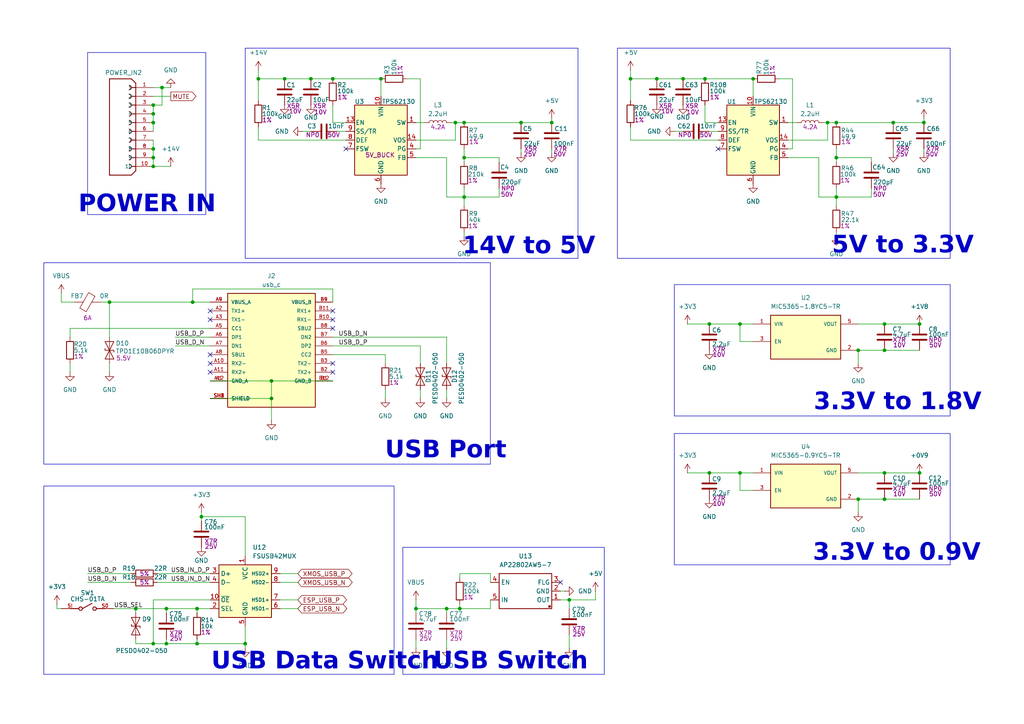
<source format=kicad_sch>
(kicad_sch (version 20250114) (generator "eeschema") (generator_version "9.0")
  (paper "A4")
  (title_block (title "Nest mini drop in PCB replacement") (rev "v1") (company "by iMike78 (inpired by Onju voice and HA VPE)"))
  (lib_symbols
    (symbol "Device:C" (pin_numbers (hide yes)) (pin_names (offset 0.254))
      (property "Reference" "C" (at 0.635 2.54 0))
      (property "Value" "C" (at 0.635 -2.54 0))
      (symbol "C_1_1"
        (pin passive line (at 0 3.81 270) (length 2.794) (name "~") (number "1"))
        (pin passive line (at 0 -3.81 90) (length 2.794) (name "~") (number "2"))
      )
    )
    (symbol "Device:FerriteBead" (pin_numbers (hide yes)) (pin_names (offset 0))
      (property "Reference" "FB" (at -3.81 0.635 90))
      (property "Value" "FerriteBead" (at 3.81 0 90))
      (symbol "FerriteBead_1_1"
        (pin passive line (at 0 3.81 270) (length 2.54) (name "~") (number "1"))
        (pin passive line (at 0 -3.81 90) (length 2.54) (name "~") (number "2"))
      )
    )
    (symbol "Device:L" (pin_numbers (hide yes)) (pin_names (offset 1.016) (hide yes))
      (property "Reference" "L" (at -1.27 0 90))
      (property "Value" "L" (at 1.905 0 90))
      (symbol "L_1_1"
        (pin passive line (at 0 3.81 270) (length 1.27) (name "1") (number "1"))
        (pin passive line (at 0 -3.81 90) (length 1.27) (name "2") (number "2"))
      )
    )
    (symbol "Device:R" (pin_numbers (hide yes)) (pin_names (offset 0))
      (property "Reference" "R" (at 2.032 0 90))
      (property "Value" "R" (at 0 0 90))
      (symbol "R_1_1"
        (pin passive line (at 0 3.81 270) (length 1.27) (name "~") (number "1"))
        (pin passive line (at 0 -3.81 90) (length 1.27) (name "~") (number "2"))
      )
    )
    (symbol "Diode:SZESD9B5.0ST5G" (pin_numbers (hide yes)) (pin_names (offset 1.016) (hide yes))
      (property "Reference" "D" (at 0 2.54 0))
      (property "Value" "SZESD9B5.0ST5G" (at 0 -2.54 0))
      (symbol "SZESD9B5.0ST5G_1_1"
        (pin passive line (at -3.81 0 0) (length 2.54) (name "A1") (number "1"))
        (pin passive line (at 3.81 0 180) (length 2.54) (name "A2") (number "2"))
      )
    )
    (symbol "FH34SRJ-10S-0.5SH_50_:FH34SRJ-10S-0.5SH_50_" (pin_names (offset 1.016))
      (property "Reference" "J" (at -7.62 13.97 0))
      (property "Value" "FH34SRJ-10S-0.5SH_50_" (at -7.62 -17.78 0))
      (symbol "FH34SRJ-10S-0.5SH_50__0_0"
        (pin passive line (at 5.08 10.16 180) (length 5.08) (name "1") (number "1"))
        (pin passive line (at 5.08 7.62 180) (length 5.08) (name "2") (number "2"))
        (pin passive line (at 5.08 5.08 180) (length 5.08) (name "3") (number "3"))
        (pin passive line (at 5.08 2.54 180) (length 5.08) (name "4") (number "4"))
        (pin passive line (at 5.08 0 180) (length 5.08) (name "5") (number "5"))
        (pin passive line (at 5.08 -2.54 180) (length 5.08) (name "6") (number "6"))
        (pin passive line (at 5.08 -5.08 180) (length 5.08) (name "7") (number "7"))
        (pin passive line (at 5.08 -7.62 180) (length 5.08) (name "8") (number "8"))
        (pin passive line (at 5.08 -10.16 180) (length 5.08) (name "9") (number "9"))
        (pin passive line (at 5.08 -12.7 180) (length 5.08) (name "10") (number "10"))
      )
    )
    (symbol "Interface_USB:FSUSB42MUX"
      (property "Reference" "U" (at -6.35 8.89 0))
      (property "Value" "FSUSB42MUX" (at 7.62 8.89 0))
      (symbol "FSUSB42MUX_1_1"
        (pin bidirectional line (at -10.16 5.08 0) (length 2.54) (name "D+") (number "3"))
        (pin bidirectional line (at -10.16 2.54 0) (length 2.54) (name "D-") (number "4"))
        (pin input line (at -10.16 -2.54 0) (length 2.54) (name "~{OE}") (number "10"))
        (pin input line (at -10.16 -5.08 0) (length 2.54) (name "SEL") (number "2"))
        (pin power_in line (at 0 10.16 270) (length 2.54) (name "VCC") (number "1"))
        (pin power_in line (at 0 -10.16 90) (length 2.54) (name "GND") (number "5"))
        (pin bidirectional line (at 10.16 5.08 180) (length 2.54) (name "HSD2+") (number "9"))
        (pin bidirectional line (at 10.16 2.54 180) (length 2.54) (name "HSD2-") (number "8"))
        (pin bidirectional line (at 10.16 -2.54 180) (length 2.54) (name "HSD1+") (number "7"))
        (pin bidirectional line (at 10.16 -5.08 180) (length 2.54) (name "HSD1-") (number "6"))
      )
    )
    (symbol "New_Library:+0V9" (power) (pin_numbers (hide yes)) (pin_names (offset 0) (hide yes))
      (property "Value" "+0V9" (at 0 3.556 0))
      (symbol "+0V9_1_1"
        (pin power_in line (at 0 0 90) (length 0) (name "~") (number "1"))
      )
    )
    (symbol "New_Library:+14V" (power) (pin_numbers (hide yes)) (pin_names (offset 0) (hide yes))
      (property "Value" "+14V" (at 0 3.556 0))
      (symbol "+14V_1_1"
        (pin power_in line (at 0 0 90) (length 0) (name "~") (number "1"))
      )
    )
    (symbol "New_Library:AP22802AW5-7"
      (property "Reference" "U?" (at 0 0 0))
      (property "Value" "AP22802AW5-7" (at 0 0 0))
      (symbol "AP22802AW5-7_0_0"
        (pin unspecified line (at -2.54 10.16 270) (length 2.54) (name "IN") (number "5"))
        (pin unspecified line (at -2.54 -10.16 90) (length 2.54) (name "OUT") (number "1"))
        (pin unspecified line (at 0 -10.16 90) (length 2.54) (name "GND") (number "2"))
        (pin unspecified line (at 2.54 10.16 270) (length 2.54) (name "EN") (number "4"))
        (pin unspecified line (at 2.54 -10.16 90) (length 2.54) (name "FLG") (number "3"))
      )
    )
    (symbol "New_Library:CHS-01TA" (pin_names (offset 1.016))
      (property "Reference" "U" (at 0 0 0))
      (property "Value" "CHS-01TA" (at 0 0 0))
      (symbol "CHS-01TA_0_0"
        (pin input line (at -2.54 0 0) (length 5.08) (name "~") (number "SI"))
        (pin output line (at 12.7 0 180) (length 5.08) (name "~") (number "S0"))
      )
    )
    (symbol "New_Library:MIC5365-1.8YC5-TR" (pin_names (offset 1.016))
      (property "Reference" "U" (at -10.16 6.35 0))
      (property "Value" "MIC5365-1.8YC5-TR" (at -10.16 -8.89 0))
      (symbol "MIC5365-1.8YC5-TR_0_0"
        (pin input line (at -15.24 2.54 0) (length 5.08) (name "VIN") (number "1"))
        (pin input line (at -15.24 -2.54 0) (length 5.08) (name "EN") (number "3"))
        (pin output line (at 15.24 2.54 180) (length 5.08) (name "VOUT") (number "5"))
        (pin power_in line (at 15.24 -5.08 180) (length 5.08) (name "GND") (number "2"))
      )
    )
    (symbol "New_Library:VBUS" (power) (pin_numbers (hide yes)) (pin_names (offset 0) (hide yes))
      (property "Value" "VBUS" (at 0 3.556 0))
      (symbol "VBUS_1_1"
        (pin power_in line (at 0 0 90) (length 0) (name "~") (number "1"))
      )
    )
    (symbol "New_Library:usb_c" (pin_names (offset 1.016))
      (property "Reference" "J" (at -12.7 16.002 0))
      (property "Value" "usb_c" (at -12.7 -18.542 0))
      (symbol "usb_c_0_0"
        (pin power_in line (at -17.78 12.7 0) (length 5.08) (name "VBUS_A") (number "A4"))
        (pin power_in line (at -17.78 12.7 0) (length 5.08) (name "VBUS_A") (number "A9"))
        (pin bidirectional line (at -17.78 10.16 0) (length 5.08) (name "TX1+") (number "A2"))
        (pin bidirectional line (at -17.78 7.62 0) (length 5.08) (name "TX1-") (number "A3"))
        (pin bidirectional line (at -17.78 5.08 0) (length 5.08) (name "CC1") (number "A5"))
        (pin bidirectional line (at -17.78 2.54 0) (length 5.08) (name "DP1") (number "A6"))
        (pin bidirectional line (at -17.78 0 0) (length 5.08) (name "DN1") (number "A7"))
        (pin bidirectional line (at -17.78 -2.54 0) (length 5.08) (name "SBU1") (number "A8"))
        (pin bidirectional line (at -17.78 -5.08 0) (length 5.08) (name "RX2-") (number "A10"))
        (pin bidirectional line (at -17.78 -7.62 0) (length 5.08) (name "RX2+") (number "A11"))
        (pin power_in line (at -17.78 -10.16 0) (length 5.08) (name "GND_A") (number "A1"))
        (pin power_in line (at -17.78 -10.16 0) (length 5.08) (name "GND_A") (number "A12"))
        (pin passive line (at -17.78 -15.24 0) (length 5.08) (name "SHIELD") (number "SH1"))
        (pin passive line (at -17.78 -15.24 0) (length 5.08) (name "SHIELD") (number "SH2"))
        (pin passive line (at -17.78 -15.24 0) (length 5.08) (name "SHIELD") (number "SH3"))
        (pin passive line (at -17.78 -15.24 0) (length 5.08) (name "SHIELD") (number "SH4"))
        (pin power_in line (at 17.78 12.7 180) (length 5.08) (name "VBUS_B") (number "B4"))
        (pin power_in line (at 17.78 12.7 180) (length 5.08) (name "VBUS_B") (number "B9"))
        (pin bidirectional line (at 17.78 10.16 180) (length 5.08) (name "RX1+") (number "B11"))
        (pin bidirectional line (at 17.78 7.62 180) (length 5.08) (name "RX1-") (number "B10"))
        (pin bidirectional line (at 17.78 5.08 180) (length 5.08) (name "SBU2") (number "B8"))
        (pin bidirectional line (at 17.78 2.54 180) (length 5.08) (name "DN2") (number "B7"))
        (pin bidirectional line (at 17.78 0 180) (length 5.08) (name "DP2") (number "B6"))
        (pin bidirectional line (at 17.78 -2.54 180) (length 5.08) (name "CC2") (number "B5"))
        (pin bidirectional line (at 17.78 -5.08 180) (length 5.08) (name "TX2-") (number "B3"))
        (pin bidirectional line (at 17.78 -7.62 180) (length 5.08) (name "TX2+") (number "B2"))
        (pin power_in line (at 17.78 -10.16 180) (length 5.08) (name "GND_B") (number "B1"))
        (pin power_in line (at 17.78 -10.16 180) (length 5.08) (name "GND_B") (number "B12"))
      )
    )
    (symbol "Regulator_Switching:TPS62130" (pin_names (offset 0.254))
      (property "Reference" "U" (at 3.81 13.97 0))
      (property "Value" "TPS62130" (at 3.81 11.43 0))
      (symbol "TPS62130_1_1"
        (pin input line (at -10.16 5.08 0) (length 2.54) (name "EN") (number "13"))
        (pin input line (at -10.16 2.54 0) (length 2.54) (name "SS/TR") (number "9"))
        (pin input line (at -10.16 0 0) (length 2.54) (name "DEF") (number "8"))
        (pin input line (at -10.16 -2.54 0) (length 2.54) (name "FSW") (number "7"))
        (pin power_in line (at 0 12.7 270) (length 2.54) (name "VIN") (number "10"))
        (pin passive line (at 0 12.7 270) (length 2.54) (hide yes) (name "VIN") (number "11"))
        (pin passive line (at 0 12.7 270) (length 2.54) (hide yes) (name "VIN") (number "12"))
        (pin passive line (at 0 -12.7 90) (length 2.54) (hide yes) (name "GND") (number "15"))
        (pin passive line (at 0 -12.7 90) (length 2.54) (hide yes) (name "GND") (number "16"))
        (pin passive line (at 0 -12.7 90) (length 2.54) (hide yes) (name "GND") (number "17"))
        (pin power_in line (at 0 -12.7 90) (length 2.54) (name "GND") (number "6"))
        (pin output line (at 10.16 5.08 180) (length 2.54) (name "SW") (number "1"))
        (pin passive line (at 10.16 5.08 180) (length 2.54) (hide yes) (name "SW") (number "2"))
        (pin passive line (at 10.16 5.08 180) (length 2.54) (hide yes) (name "SW") (number "3"))
        (pin input line (at 10.16 0 180) (length 2.54) (name "VOS") (number "14"))
        (pin open_collector line (at 10.16 -2.54 180) (length 2.54) (name "PG") (number "4"))
        (pin input line (at 10.16 -5.08 180) (length 2.54) (name "FB") (number "5"))
      )
    )
    (symbol "power:+1V8" (power) (pin_numbers (hide yes)) (pin_names (offset 0) (hide yes))
      (property "Value" "+1V8" (at 0 3.556 0))
      (symbol "+1V8_1_1"
        (pin power_in line (at 0 0 90) (length 0) (name "~") (number "1"))
      )
    )
    (symbol "power:+3V3" (power) (pin_numbers (hide yes)) (pin_names (offset 0) (hide yes))
      (property "Value" "+3V3" (at 0 3.556 0))
      (symbol "+3V3_1_1"
        (pin power_in line (at 0 0 90) (length 0) (name "~") (number "1"))
      )
    )
    (symbol "power:+5V" (power) (pin_numbers (hide yes)) (pin_names (offset 0) (hide yes))
      (property "Value" "+5V" (at 0 3.556 0))
      (symbol "+5V_1_1"
        (pin power_in line (at 0 0 90) (length 0) (name "~") (number "1"))
      )
    )
    (symbol "power:GND" (power) (pin_numbers (hide yes)) (pin_names (offset 0) (hide yes))
      (property "Value" "GND" (at 0 -3.81 0))
      (symbol "GND_1_1"
        (pin power_in line (at 0 0 270) (length 0) (name "~") (number "1"))
      )
    )
  )
  (rectangle (start 116.84 158.75) (end 175.26 195.58))
  (rectangle (start 25.4 15.24) (end 59.69 62.23))
  (rectangle (start 12.7 76.2) (end 142.24 134.62))
  (rectangle (start 12.7 76.2) (end 12.7 76.2))
  (rectangle (start 195.58 82.55) (end 275.59 120.65))
  (rectangle (start 195.58 125.73) (end 275.59 163.83))
  (rectangle (start 179.07 13.97) (end 275.59 74.93))
  (rectangle (start 12.7 140.97) (end 114.3 195.58))
  (rectangle (start 71.12 13.97) (end 167.64 74.93))
  (text "USB Port" (at 129.286 132.08 0) (effects (font (size 5 5) (bold yes))))
  (text "POWER IN" (at 42.672 60.706 0) (effects (font (size 5 5) (bold yes))))
  (text "14V to 5V" (at 153.416 72.898 0) (effects (font (size 5 5) (bold yes))))
  (text "USB Switch" (at 148.082 193.294 0) (effects (font (size 5 5) (bold yes))))
  (text "USB Data Switch" (at 94.234 193.294 0) (effects (font (size 5 5) (bold yes))))
  (text "3.3V to 1.8V" (at 260.35 118.11 0) (effects (font (size 5 5) (bold yes))))
  (text "5V to 3.3V" (at 261.874 72.644 0) (effects (font (size 5 5) (bold yes))))
  (text "3.3V to 0.9V" (at 260.096 161.798 0) (effects (font (size 5 5) (bold yes))))
  (junction (at 39.37 176.53))
  (junction (at 44.45 33.02))
  (junction (at 57.15 186.69))
  (junction (at 218.44 22.86))
  (junction (at 242.57 45.72))
  (junction (at 160.02 35.56))
  (junction (at 44.45 35.56))
  (junction (at 71.12 186.69))
  (junction (at 266.7 93.98))
  (junction (at 48.26 176.53))
  (junction (at 214.63 137.16))
  (junction (at 242.57 57.15))
  (junction (at 44.45 30.48))
  (junction (at 44.45 43.18))
  (junction (at 44.45 186.69))
  (junction (at 55.88 87.63))
  (junction (at 58.42 149.86))
  (junction (at 78.74 110.49))
  (junction (at 110.49 22.86))
  (junction (at 134.62 35.56))
  (junction (at 205.74 93.98))
  (junction (at 190.5 22.86))
  (junction (at 129.54 176.53))
  (junction (at 198.12 22.86))
  (junction (at 256.54 144.78))
  (junction (at 256.54 137.16))
  (junction (at 96.52 22.86))
  (junction (at 44.45 45.72))
  (junction (at 31.75 87.63))
  (junction (at 120.65 176.53))
  (junction (at 44.45 48.26))
  (junction (at 133.35 176.53))
  (junction (at 182.88 22.86))
  (junction (at 78.74 115.57))
  (junction (at 205.74 137.16))
  (junction (at 204.47 22.86))
  (junction (at 214.63 93.98))
  (junction (at 266.7 137.16))
  (junction (at 248.92 101.6))
  (junction (at 134.62 45.72))
  (junction (at 134.62 57.15))
  (junction (at 48.26 186.69))
  (junction (at 256.54 93.98))
  (junction (at 256.54 101.6))
  (junction (at 74.93 22.86))
  (junction (at 240.03 35.56))
  (junction (at 132.08 35.56))
  (junction (at 57.15 176.53))
  (junction (at 242.57 35.56))
  (junction (at 90.17 22.86))
  (junction (at 248.92 144.78))
  (junction (at 259.08 35.56))
  (junction (at 151.13 35.56))
  (junction (at 46.99 25.4))
  (junction (at 165.1 173.99))
  (junction (at 82.55 22.86))
  (junction (at 267.97 35.56))
  (no_connect (at 96.52 92.71))
  (no_connect (at 96.52 95.25))
  (no_connect (at 60.96 107.95))
  (no_connect (at 96.52 107.95))
  (no_connect (at 100.33 43.18))
  (no_connect (at 96.52 90.17))
  (no_connect (at 208.28 43.18))
  (no_connect (at 162.56 168.91))
  (no_connect (at 60.96 105.41))
  (no_connect (at 60.96 102.87))
  (no_connect (at 60.96 90.17))
  (no_connect (at 96.52 105.41))
  (no_connect (at 60.96 92.71))
  (wire (pts (xy 229.87 22.86) (xy 229.87 43.18)))
  (wire (pts (xy 44.45 45.72) (xy 44.45 48.26)))
  (wire (pts (xy 160.02 34.29) (xy 160.02 35.56)))
  (wire (pts (xy 120.65 176.53) (xy 129.54 176.53)))
  (wire (pts (xy 205.74 38.1) (xy 208.28 38.1)))
  (wire (pts (xy 214.63 137.16) (xy 218.44 137.16)))
  (wire (pts (xy 57.15 185.42) (xy 57.15 186.69)))
  (wire (pts (xy 129.54 185.42) (xy 129.54 187.96)))
  (wire (pts (xy 214.63 99.06) (xy 214.63 93.98)))
  (wire (pts (xy 226.06 22.86) (xy 229.87 22.86)))
  (wire (pts (xy 44.45 27.94) (xy 49.53 27.94)))
  (wire (pts (xy 44.45 30.48) (xy 44.45 33.02)))
  (wire (pts (xy 151.13 44.45) (xy 151.13 43.18)))
  (wire (pts (xy 242.57 45.72) (xy 252.73 45.72)))
  (wire (pts (xy 134.62 57.15) (xy 134.62 59.69)))
  (wire (pts (xy 144.78 54.61) (xy 144.78 57.15)))
  (wire (pts (xy 96.52 30.48) (xy 96.52 35.56)))
  (wire (pts (xy 162.56 171.45) (xy 163.83 171.45)))
  (wire (pts (xy 218.44 99.06) (xy 214.63 99.06)))
  (wire (pts (xy 96.52 35.56) (xy 100.33 35.56)))
  (wire (pts (xy 39.37 186.69) (xy 44.45 186.69)))
  (wire (pts (xy 259.08 35.56) (xy 267.97 35.56)))
  (wire (pts (xy 60.96 115.57) (xy 78.74 115.57)))
  (wire (pts (xy 57.15 186.69) (xy 71.12 186.69)))
  (wire (pts (xy 44.45 48.26) (xy 49.53 48.26)))
  (wire (pts (xy 31.75 87.63) (xy 55.88 87.63)))
  (wire (pts (xy 97.79 38.1) (xy 100.33 38.1)))
  (wire (pts (xy 182.88 20.32) (xy 182.88 22.86)))
  (wire (pts (xy 228.6 40.64) (xy 240.03 40.64)))
  (wire (pts (xy 78.74 110.49) (xy 78.74 115.57)))
  (wire (pts (xy 134.62 68.58) (xy 134.62 67.31)))
  (wire (pts (xy 60.96 110.49) (xy 78.74 110.49)))
  (wire (pts (xy 96.52 22.86) (xy 110.49 22.86)))
  (wire (pts (xy 17.78 87.63) (xy 21.59 87.63)))
  (wire (pts (xy 74.93 22.86) (xy 82.55 22.86)))
  (wire (pts (xy 259.08 44.45) (xy 259.08 43.18)))
  (wire (pts (xy 44.45 43.18) (xy 44.45 45.72)))
  (wire (pts (xy 214.63 142.24) (xy 214.63 137.16)))
  (wire (pts (xy 142.24 176.53) (xy 142.24 173.99)))
  (wire (pts (xy 78.74 110.49) (xy 96.52 110.49)))
  (wire (pts (xy 45.72 168.91) (xy 60.96 168.91)))
  (wire (pts (xy 57.15 176.53) (xy 60.96 176.53)))
  (wire (pts (xy 71.12 149.86) (xy 58.42 149.86)))
  (wire (pts (xy 44.45 40.64) (xy 44.45 43.18)))
  (wire (pts (xy 110.49 22.86) (xy 110.49 27.94)))
  (wire (pts (xy 33.02 176.53) (xy 39.37 176.53)))
  (wire (pts (xy 195.58 38.1) (xy 198.12 38.1)))
  (wire (pts (xy 256.54 101.6) (xy 266.7 101.6)))
  (wire (pts (xy 74.93 20.32) (xy 74.93 22.86)))
  (wire (pts (xy 237.49 57.15) (xy 242.57 57.15)))
  (wire (pts (xy 132.08 35.56) (xy 134.62 35.56)))
  (wire (pts (xy 133.35 167.64) (xy 133.35 166.37)))
  (wire (pts (xy 74.93 36.83) (xy 74.93 40.64)))
  (wire (pts (xy 134.62 45.72) (xy 144.78 45.72)))
  (wire (pts (xy 248.92 105.41) (xy 248.92 101.6)))
  (wire (pts (xy 242.57 43.18) (xy 242.57 45.72)))
  (wire (pts (xy 132.08 40.64) (xy 132.08 35.56)))
  (wire (pts (xy 121.92 22.86) (xy 121.92 43.18)))
  (wire (pts (xy 228.6 35.56) (xy 231.14 35.56)))
  (wire (pts (xy 205.74 137.16) (xy 214.63 137.16)))
  (wire (pts (xy 218.44 142.24) (xy 214.63 142.24)))
  (wire (pts (xy 237.49 45.72) (xy 237.49 57.15)))
  (wire (pts (xy 182.88 22.86) (xy 182.88 29.21)))
  (wire (pts (xy 267.97 44.45) (xy 267.97 43.18)))
  (wire (pts (xy 229.87 43.18) (xy 228.6 43.18)))
  (wire (pts (xy 248.92 101.6) (xy 256.54 101.6)))
  (wire (pts (xy 44.45 173.99) (xy 44.45 186.69)))
  (wire (pts (xy 74.93 40.64) (xy 100.33 40.64)))
  (wire (pts (xy 46.99 30.48) (xy 44.45 30.48)))
  (wire (pts (xy 248.92 144.78) (xy 256.54 144.78)))
  (wire (pts (xy 48.26 176.53) (xy 48.26 177.8)))
  (wire (pts (xy 242.57 68.58) (xy 242.57 67.31)))
  (wire (pts (xy 199.39 93.98) (xy 205.74 93.98)))
  (wire (pts (xy 256.54 137.16) (xy 266.7 137.16)))
  (wire (pts (xy 267.97 34.29) (xy 267.97 35.56)))
  (wire (pts (xy 74.93 22.86) (xy 74.93 29.21)))
  (wire (pts (xy 240.03 35.56) (xy 242.57 35.56)))
  (wire (pts (xy 39.37 176.53) (xy 48.26 176.53)))
  (wire (pts (xy 120.65 177.8) (xy 120.65 176.53)))
  (wire (pts (xy 118.11 22.86) (xy 121.92 22.86)))
  (wire (pts (xy 256.54 93.98) (xy 266.7 93.98)))
  (wire (pts (xy 165.1 184.15) (xy 165.1 187.96)))
  (wire (pts (xy 57.15 176.53) (xy 57.15 177.8)))
  (wire (pts (xy 20.32 105.41) (xy 20.32 107.95)))
  (wire (pts (xy 256.54 144.78) (xy 266.7 144.78)))
  (wire (pts (xy 81.28 168.91) (xy 86.36 168.91)))
  (wire (pts (xy 46.99 25.4) (xy 46.99 30.48)))
  (wire (pts (xy 204.47 35.56) (xy 208.28 35.56)))
  (wire (pts (xy 39.37 185.42) (xy 39.37 186.69)))
  (wire (pts (xy 25.4 166.37) (xy 38.1 166.37)))
  (wire (pts (xy 46.99 25.4) (xy 49.53 25.4)))
  (wire (pts (xy 71.12 161.29) (xy 71.12 149.86)))
  (wire (pts (xy 129.54 113.03) (xy 129.54 115.57)))
  (wire (pts (xy 48.26 176.53) (xy 57.15 176.53)))
  (wire (pts (xy 96.52 100.33) (xy 121.92 100.33)))
  (wire (pts (xy 96.52 83.82) (xy 55.88 83.82)))
  (wire (pts (xy 242.57 57.15) (xy 252.73 57.15)))
  (wire (pts (xy 214.63 93.98) (xy 218.44 93.98)))
  (wire (pts (xy 121.92 113.03) (xy 121.92 115.57)))
  (wire (pts (xy 39.37 177.8) (xy 39.37 176.53)))
  (wire (pts (xy 17.78 85.09) (xy 17.78 87.63)))
  (wire (pts (xy 16.51 175.26) (xy 16.51 176.53)))
  (wire (pts (xy 58.42 148.59) (xy 58.42 149.86)))
  (wire (pts (xy 25.4 168.91) (xy 38.1 168.91)))
  (wire (pts (xy 121.92 105.41) (xy 121.92 100.33)))
  (wire (pts (xy 248.92 93.98) (xy 256.54 93.98)))
  (wire (pts (xy 55.88 83.82) (xy 55.88 87.63)))
  (wire (pts (xy 134.62 43.18) (xy 134.62 45.72)))
  (wire (pts (xy 44.45 25.4) (xy 46.99 25.4)))
  (wire (pts (xy 29.21 87.63) (xy 31.75 87.63)))
  (wire (pts (xy 144.78 46.99) (xy 144.78 45.72)))
  (wire (pts (xy 204.47 30.48) (xy 204.47 35.56)))
  (wire (pts (xy 133.35 175.26) (xy 133.35 176.53)))
  (wire (pts (xy 71.12 181.61) (xy 71.12 186.69)))
  (wire (pts (xy 190.5 22.86) (xy 198.12 22.86)))
  (wire (pts (xy 60.96 95.25) (xy 20.32 95.25)))
  (wire (pts (xy 44.45 35.56) (xy 44.45 38.1)))
  (wire (pts (xy 242.57 35.56) (xy 259.08 35.56)))
  (wire (pts (xy 238.76 35.56) (xy 240.03 35.56)))
  (wire (pts (xy 81.28 166.37) (xy 86.36 166.37)))
  (wire (pts (xy 96.52 87.63) (xy 96.52 83.82)))
  (wire (pts (xy 198.12 22.86) (xy 204.47 22.86)))
  (wire (pts (xy 120.65 45.72) (xy 129.54 45.72)))
  (wire (pts (xy 242.57 45.72) (xy 242.57 46.99)))
  (wire (pts (xy 44.45 186.69) (xy 48.26 186.69)))
  (wire (pts (xy 31.75 105.41) (xy 31.75 107.95)))
  (wire (pts (xy 31.75 87.63) (xy 31.75 97.79)))
  (wire (pts (xy 142.24 166.37) (xy 142.24 168.91)))
  (wire (pts (xy 165.1 173.99) (xy 165.1 176.53)))
  (wire (pts (xy 58.42 149.86) (xy 58.42 151.13)))
  (wire (pts (xy 129.54 176.53) (xy 129.54 177.8)))
  (wire (pts (xy 134.62 35.56) (xy 151.13 35.56)))
  (wire (pts (xy 130.81 35.56) (xy 132.08 35.56)))
  (wire (pts (xy 228.6 45.72) (xy 237.49 45.72)))
  (wire (pts (xy 248.92 148.59) (xy 248.92 144.78)))
  (wire (pts (xy 120.65 173.99) (xy 120.65 176.53)))
  (wire (pts (xy 172.72 171.45) (xy 172.72 173.99)))
  (wire (pts (xy 172.72 173.99) (xy 165.1 173.99)))
  (wire (pts (xy 129.54 57.15) (xy 134.62 57.15)))
  (wire (pts (xy 120.65 40.64) (xy 132.08 40.64)))
  (wire (pts (xy 252.73 46.99) (xy 252.73 45.72)))
  (wire (pts (xy 199.39 137.16) (xy 205.74 137.16)))
  (wire (pts (xy 151.13 35.56) (xy 160.02 35.56)))
  (wire (pts (xy 120.65 185.42) (xy 120.65 187.96)))
  (wire (pts (xy 240.03 40.64) (xy 240.03 35.56)))
  (wire (pts (xy 81.28 173.99) (xy 86.36 173.99)))
  (wire (pts (xy 111.76 102.87) (xy 111.76 105.41)))
  (wire (pts (xy 48.26 185.42) (xy 48.26 186.69)))
  (wire (pts (xy 182.88 22.86) (xy 190.5 22.86)))
  (wire (pts (xy 111.76 113.03) (xy 111.76 115.57)))
  (wire (pts (xy 134.62 57.15) (xy 144.78 57.15)))
  (wire (pts (xy 204.47 22.86) (xy 218.44 22.86)))
  (wire (pts (xy 134.62 54.61) (xy 134.62 57.15)))
  (wire (pts (xy 129.54 105.41) (xy 129.54 97.79)))
  (wire (pts (xy 252.73 54.61) (xy 252.73 57.15)))
  (wire (pts (xy 45.72 166.37) (xy 60.96 166.37)))
  (wire (pts (xy 134.62 45.72) (xy 134.62 46.99)))
  (wire (pts (xy 50.8 97.79) (xy 60.96 97.79)))
  (wire (pts (xy 182.88 40.64) (xy 208.28 40.64)))
  (wire (pts (xy 81.28 176.53) (xy 86.36 176.53)))
  (wire (pts (xy 50.8 100.33) (xy 60.96 100.33)))
  (wire (pts (xy 16.51 176.53) (xy 17.78 176.53)))
  (wire (pts (xy 120.65 35.56) (xy 123.19 35.56)))
  (wire (pts (xy 242.57 54.61) (xy 242.57 57.15)))
  (wire (pts (xy 133.35 166.37) (xy 142.24 166.37)))
  (wire (pts (xy 90.17 22.86) (xy 96.52 22.86)))
  (wire (pts (xy 129.54 45.72) (xy 129.54 57.15)))
  (wire (pts (xy 44.45 33.02) (xy 44.45 35.56)))
  (wire (pts (xy 205.74 93.98) (xy 214.63 93.98)))
  (wire (pts (xy 162.56 173.99) (xy 165.1 173.99)))
  (wire (pts (xy 78.74 115.57) (xy 78.74 121.92)))
  (wire (pts (xy 160.02 44.45) (xy 160.02 43.18)))
  (wire (pts (xy 129.54 176.53) (xy 133.35 176.53)))
  (wire (pts (xy 218.44 22.86) (xy 218.44 27.94)))
  (wire (pts (xy 20.32 95.25) (xy 20.32 97.79)))
  (wire (pts (xy 48.26 186.69) (xy 57.15 186.69)))
  (wire (pts (xy 121.92 43.18) (xy 120.65 43.18)))
  (wire (pts (xy 71.12 186.69) (xy 71.12 187.96)))
  (wire (pts (xy 55.88 87.63) (xy 60.96 87.63)))
  (wire (pts (xy 87.63 38.1) (xy 90.17 38.1)))
  (wire (pts (xy 248.92 137.16) (xy 256.54 137.16)))
  (wire (pts (xy 242.57 57.15) (xy 242.57 59.69)))
  (wire (pts (xy 96.52 102.87) (xy 111.76 102.87)))
  (wire (pts (xy 82.55 22.86) (xy 90.17 22.86)))
  (wire (pts (xy 133.35 176.53) (xy 142.24 176.53)))
  (wire (pts (xy 96.52 97.79) (xy 129.54 97.79)))
  (wire (pts (xy 60.96 173.99) (xy 44.45 173.99)))
  (wire (pts (xy 182.88 36.83) (xy 182.88 40.64)))
  (label "USB_D_P" (at 25.4 166.37 0))
  (label "USB_D_N" (at 25.4 168.91 0))
  (label "USB_D_P" (at 106.68 100.33 180))
  (label "USB_D_N" (at 106.68 97.79 180))
  (label "USB_D_N" (at 50.8 100.33 0))
  (label "USB_D_P" (at 50.8 97.79 0))
  (label "USB_IN_D_P" (at 49.53 166.37 0))
  (label "USB_IN_D_N" (at 49.53 168.91 0))
  (label "USB_SEL" (at 33.02 176.53 0))
  (global_label "MUTE" (shape output) (at 49.53 27.94 0) (property "Intersheetrefs" "${INTERSHEET_REFS}" (effects (hide yes))))
  (global_label "ESP_USB_P" (shape bidirectional) (at 86.36 173.99 0) (property "Intersheetrefs" "${INTERSHEET_REFS}" (effects (hide yes))))
  (global_label "ESP_USB_N" (shape bidirectional) (at 86.36 176.53 0) (property "Intersheetrefs" "${INTERSHEET_REFS}" (effects (hide yes))))
  (global_label "XMOS_USB_P" (shape bidirectional) (at 86.36 166.37 0) (property "Intersheetrefs" "${INTERSHEET_REFS}" (effects (hide yes))))
  (global_label "XMOS_USB_N" (shape bidirectional) (at 86.36 168.91 0) (property "Intersheetrefs" "${INTERSHEET_REFS}" (effects (hide yes))))
  (symbol (lib_id "Device:C") (at 58.42 154.94 0) (unit 1)
    (property "Reference" "C76" (at 59.182 151.384 0) (effects (justify left)))
    (property "Value" "100nF" (at 59.182 152.908 0) (effects (justify left)))
    (property "Footprint" "Capacitor_SMD:C_0603_1608Metric" (effects (hide yes)))
    (property "Description" "Unpolarized capacitor" (effects (hide yes)))
    (property "Dielectric" "X7R" (at 61.214 156.972 0))
    (property "Voltage" "25V" (at 61.214 158.496 0))
    (property "Function" "USB" (effects (hide yes)))
  )
  (symbol (lib_id "Device:C") (at 160.02 39.37 0) (unit 1)
    (property "Reference" "C11" (at 160.782 37.338 0) (effects (justify left)))
    (property "Value" "100nF" (at 160.528 41.656 0) (effects (justify left)))
    (property "Footprint" "Capacitor_SMD:C_0805_2012Metric" (effects (hide yes)))
    (property "Description" "Unpolarized capacitor" (effects (hide yes)))
    (property "Dielectric" "X7R" (at 162.56 43.18 0))
    (property "Voltage" "50V" (at 162.306 44.704 0))
    (property "Function" "5V_BUCK" (effects (hide yes)))
  )
  (symbol (lib_id "New_Library:+14V") (at 49.53 48.26 0) (unit 1)
    (property "Reference" "#PWR015" (effects (hide yes)))
    (property "Value" "+14V" (at 49.53 43.18 0))
    (property "Description" "Power symbol creates a global label with name {dblquote}+14V{dblquote}" (effects (hide yes)))
  )
  (symbol (lib_id "power:GND") (at 218.44 53.34 0) (unit 1)
    (property "Reference" "#PWR017" (effects (hide yes)))
    (property "Value" "GND" (at 218.44 58.42 0))
    (property "Description" "Power symbol creates a global label with name \"GND\" , ground" (effects (hide yes)))
  )
  (symbol (lib_id "Device:R") (at 242.57 50.8 0) (unit 1)
    (property "Reference" "R46" (at 243.84 48.768 0) (effects (justify left)))
    (property "Value" "100k" (at 243.586 50.546 0) (effects (justify left)))
    (property "Footprint" "Resistor_SMD:R_0603_1608Metric" (effects (hide yes)))
    (property "Description" "Resistor" (effects (hide yes)))
    (property "Tolerance" "1%" (at 245.11 52.324 0))
    (property "Function" "3.3V_BUCK" (effects (hide yes)))
  )
  (symbol (lib_id "Device:R") (at 242.57 63.5 0) (unit 1)
    (property "Reference" "R47" (at 243.84 61.976 0) (effects (justify left)))
    (property "Value" "22.1k" (at 243.84 63.754 0) (effects (justify left)))
    (property "Footprint" "Resistor_SMD:R_0603_1608Metric" (effects (hide yes)))
    (property "Description" "Resistor" (effects (hide yes)))
    (property "Tolerance" "1%" (at 245.11 65.532 0))
    (property "Function" "3.3V_BUCK" (effects (hide yes)))
  )
  (symbol (lib_id "Device:R") (at 242.57 39.37 0) (unit 1)
    (property "Reference" "R44" (at 243.84 37.846 0) (effects (justify left)))
    (property "Value" "49.9" (at 243.84 39.624 0) (effects (justify left)))
    (property "Footprint" "Resistor_SMD:R_0603_1608Metric" (effects (hide yes)))
    (property "Description" "Resistor" (effects (hide yes)))
    (property "Tolerance" "1%" (at 245.364 41.148 0))
    (property "Function" "3.3V_BUCK" (effects (hide yes)))
  )
  (symbol (lib_id "power:GND") (at 205.74 144.78 0) (unit 1)
    (property "Reference" "#PWR014" (effects (hide yes)))
    (property "Value" "GND" (at 205.74 149.86 0))
    (property "Description" "Power symbol creates a global label with name \"GND\" , ground" (effects (hide yes)))
  )
  (symbol (lib_id "power:GND") (at 20.32 107.95 0) (unit 1)
    (property "Reference" "#PWR0150" (effects (hide yes)))
    (property "Value" "GND" (at 20.32 113.03 0))
    (property "Description" "Power symbol creates a global label with name \"GND\" , ground" (effects (hide yes)))
  )
  (symbol (lib_id "Device:R") (at 182.88 33.02 0) (unit 1)
    (property "Reference" "R76" (at 183.896 31.242 0) (effects (justify left)))
    (property "Value" "100k" (at 183.896 33.02 0) (effects (justify left)))
    (property "Footprint" "Resistor_SMD:R_0402_1005Metric" (effects (hide yes)))
    (property "Description" "Resistor" (effects (hide yes)))
    (property "Tolerance" "1%" (at 185.42 34.798 0))
    (property "Function" "3.3V_BUCK" (effects (hide yes)))
  )
  (symbol (lib_id "power:+5V") (at 172.72 171.45 0) (unit 1)
    (property "Reference" "#PWR0158" (effects (hide yes)))
    (property "Value" "+5V" (at 172.72 166.37 0))
    (property "Description" "Power symbol creates a global label with name \"+5V\"" (effects (hide yes)))
  )
  (symbol (lib_id "New_Library:MIC5365-1.8YC5-TR") (at 233.68 139.7 0) (unit 1)
    (property "Reference" "U4" (at 233.68 129.54 0))
    (property "Value" "MIC5365-0.9YC5-TR" (at 233.68 132.08 0))
    (property "Footprint" "Onju:SOT65P210X110-5N" (effects (hide yes)))
    (property "MF" "Microchip Technology" (effects (hide yes)))
    (property "MAXIMUM_PACKAGE_HEIGHT" "1.10mm" (effects (hide yes)))
    (property "Package" "SC-70-5 Microchip" (effects (hide yes)))
    (property "Price" "None" (effects (hide yes)))
    (property "STANDARD" "IPC 7351B" (effects (hide yes)))
    (property "PARTREV" "3.1 - July 16, 2013" (effects (hide yes)))
    (property "MP" "MIC5365-0.9YC5-TR" (effects (hide yes)))
    (property "Description_1" "Linear Voltage Regulator IC Positive Fixed 1 Output  150mA SC-70-5" (effects (hide yes)))
    (property "MANUFACTURER" "Micrel" (effects (hide yes)))
    (property "Function" "0.9V_LDO" (effects (hide yes)))
  )
  (symbol (lib_id "power:GND") (at 165.1 187.96 0) (unit 1)
    (property "Reference" "#PWR0157" (effects (hide yes)))
    (property "Value" "GND" (at 165.1 193.04 0))
    (property "Description" "Power symbol creates a global label with name \"GND\" , ground" (effects (hide yes)))
  )
  (symbol (lib_id "Device:C") (at 90.17 26.67 0) (unit 1)
    (property "Reference" "C2" (at 90.678 24.638 0) (effects (justify left)))
    (property "Value" "10uF" (at 90.678 28.956 0) (effects (justify left)))
    (property "Footprint" "Capacitor_SMD:C_0805_2012Metric" (effects (hide yes)))
    (property "Description" "Unpolarized capacitor" (effects (hide yes)))
    (property "Dielectric" "X5R" (at 92.71 30.734 0))
    (property "Voltage" "10V" (at 92.964 32.512 0))
    (property "Function" "5V_BUCK" (effects (hide yes)))
  )
  (symbol (lib_id "Device:C") (at 144.78 50.8 0) (unit 1)
    (property "Reference" "C4" (at 145.034 48.514 0) (effects (justify left)))
    (property "Value" "220pF" (at 145.288 52.832 0) (effects (justify left)))
    (property "Footprint" "Capacitor_SMD:C_0603_1608Metric" (effects (hide yes)))
    (property "Description" "Unpolarized capacitor" (effects (hide yes)))
    (property "Dielectric" "NP0" (at 147.32 54.61 0))
    (property "Voltage" "50V" (at 147.066 56.388 0))
    (property "Function" "5V_BUCK" (effects (hide yes)))
  )
  (symbol (lib_id "power:GND") (at 49.53 25.4 180) (unit 1)
    (property "Reference" "#PWR016" (effects (hide yes)))
    (property "Value" "GND" (at 49.53 20.32 0))
    (property "Description" "Power symbol creates a global label with name \"GND\" , ground" (effects (hide yes)))
  )
  (symbol (lib_id "Device:R") (at 134.62 63.5 0) (unit 1)
    (property "Reference" "R9" (at 135.89 61.976 0) (effects (justify left)))
    (property "Value" "40k" (at 135.89 63.754 0) (effects (justify left)))
    (property "Footprint" "Resistor_SMD:R_0603_1608Metric" (effects (hide yes)))
    (property "Description" "Resistor" (effects (hide yes)))
    (property "Tolerance" "1%" (at 137.16 65.532 0))
    (property "Function" "5V_BUCK" (effects (hide yes)))
  )
  (symbol (lib_id "New_Library:AP22802AW5-7") (at 152.4 171.45 90) (unit 1)
    (property "Reference" "U13" (at 152.4 161.29 90))
    (property "Value" "AP22802AW5-7" (at 152.4 163.83 90))
    (property "Footprint" "Package_TO_SOT_SMD:SOT-23-5" (effects (hide yes)))
    (property "Manufacturer Part" "AP22802AW5-7" (effects (hide yes)))
    (property "Manufacturer" "DIODES(美台)" (effects (hide yes)))
    (property "Supplier Part" "C211404" (effects (hide yes)))
    (property "Supplier" "LCSC" (effects (hide yes)))
  )
  (symbol (lib_id "Device:R") (at 74.93 33.02 0) (unit 1)
    (property "Reference" "R1" (at 75.946 31.242 0) (effects (justify left)))
    (property "Value" "100k" (at 75.946 33.02 0) (effects (justify left)))
    (property "Footprint" "Resistor_SMD:R_0402_1005Metric" (effects (hide yes)))
    (property "Description" "Resistor" (effects (hide yes)))
    (property "Tolerance" "1%" (at 77.47 34.798 0))
    (property "Function" "5V_BUCK" (effects (hide yes)))
  )
  (symbol (lib_id "New_Library:+0V9") (at 266.7 137.16 0) (unit 1)
    (property "Reference" "#PWR028" (effects (hide yes)))
    (property "Value" "+0V9" (at 266.7 132.08 0))
    (property "Description" "Power symbol creates a global label with name \"+1V0\"" (effects (hide yes)))
  )
  (symbol (lib_id "power:GND") (at 58.42 158.75 0) (unit 1)
    (property "Reference" "#PWR0145" (effects (hide yes)))
    (property "Value" "GND" (at 58.42 162.56 0))
    (property "Description" "Power symbol creates a global label with name \"GND\" , ground" (effects (hide yes)))
  )
  (symbol (lib_id "power:GND") (at 163.83 171.45 90) (unit 1)
    (property "Reference" "#PWR0159" (effects (hide yes)))
    (property "Value" "GND" (at 167.64 171.4499 90) (effects (justify right)))
    (property "Description" "Power symbol creates a global label with name \"GND\" , ground" (effects (hide yes)))
  )
  (symbol (lib_id "power:GND") (at 267.97 44.45 0) (unit 1)
    (property "Reference" "#PWR08" (effects (hide yes)))
    (property "Value" "GND" (at 267.97 49.53 0))
    (property "Description" "Power symbol creates a global label with name \"GND\" , ground" (effects (hide yes)))
  )
  (symbol (lib_id "power:GND") (at 151.13 44.45 0) (unit 1)
    (property "Reference" "#PWR024" (effects (hide yes)))
    (property "Value" "GND" (at 151.13 49.53 0))
    (property "Description" "Power symbol creates a global label with name \"GND\" , ground" (effects (hide yes)))
  )
  (symbol (lib_id "New_Library:+14V") (at 74.93 20.32 0) (unit 1)
    (property "Reference" "#PWR025" (effects (hide yes)))
    (property "Value" "+14V" (at 74.93 15.24 0))
    (property "Description" "Power symbol creates a global label with name {dblquote}+14V{dblquote}" (effects (hide yes)))
  )
  (symbol (lib_id "Diode:SZESD9B5.0ST5G") (at 129.54 109.22 90) (unit 1)
    (property "Reference" "D12" (at 131.826 107.188 0) (effects (justify right)))
    (property "Value" "PESD0402-050" (at 133.858 102.108 0) (effects (justify right)))
    (property "Footprint" "Diode_SMD:D_0402_1005Metric" (effects (hide yes)))
    (property "Description" "PESD0402-050, 5V TVS, 0.3pF" (effects (hide yes)))
    (property "Function" "MIC" (effects (hide yes)))
  )
  (symbol (lib_id "Device:C") (at 205.74 97.79 0) (unit 1)
    (property "Reference" "C6" (at 206.502 95.758 0) (effects (justify left)))
    (property "Value" "2.2uF" (at 206.502 99.822 0) (effects (justify left)))
    (property "Footprint" "Capacitor_SMD:C_0603_1608Metric" (effects (hide yes)))
    (property "Description" "Unpolarized capacitor" (effects (hide yes)))
    (property "Function" "1.8V_LDO" (effects (hide yes)))
    (property "Dielectric" "X7R" (at 208.534 101.346 0))
    (property "Voltage" "10V" (at 208.534 102.87 0))
  )
  (symbol (lib_id "Device:C") (at 266.7 140.97 0) (unit 1)
    (property "Reference" "C12" (at 269.24 138.684 0) (effects (justify left)))
    (property "Value" "100nF" (at 269.24 140.208 0) (effects (justify left)))
    (property "Footprint" "Capacitor_SMD:C_0603_1608Metric" (effects (hide yes)))
    (property "Description" "Unpolarized capacitor" (effects (hide yes)))
    (property "Function" "0.9V_LDO" (effects (hide yes)))
    (property "Dielectric" "NP0" (at 271.272 141.732 0))
    (property "Voltage" "50V" (at 271.272 143.256 0))
  )
  (symbol (lib_id "Device:R") (at 134.62 39.37 0) (unit 1)
    (property "Reference" "R7" (at 135.89 37.846 0) (effects (justify left)))
    (property "Value" "49.9" (at 135.89 39.624 0) (effects (justify left)))
    (property "Footprint" "Resistor_SMD:R_0603_1608Metric" (effects (hide yes)))
    (property "Description" "Resistor" (effects (hide yes)))
    (property "Tolerance" "1%" (at 137.414 41.148 0))
    (property "Function" "5V_BUCK" (effects (hide yes)))
  )
  (symbol (lib_id "power:GND") (at 129.54 115.57 0) (unit 1)
    (property "Reference" "#PWR0153" (effects (hide yes)))
    (property "Value" "GND" (at 129.54 120.65 0))
    (property "Description" "Power symbol creates a global label with name \"GND\" , ground" (effects (hide yes)))
  )
  (symbol (lib_id "FH34SRJ-10S-0.5SH_50_:FH34SRJ-10S-0.5SH_50_") (at 39.37 35.56 0) (unit 1)
    (property "Reference" "POWER_IN2" (at 35.814 21.082 0))
    (property "Value" "FH34SRJ-10S-0.5SH_50_" (effects (hide yes)))
    (property "Footprint" "Onju:HRS_FH34SRJ-10S-0.5SH_50_" (effects (hide yes)))
    (property "MF" "Hirose Electric" (effects (hide yes)))
    (property "MAXIMUM_PACKAGE_HEIGHT" "1.75 mm" (effects (hide yes)))
    (property "Package" "None" (effects (hide yes)))
    (property "Price" "None" (effects (hide yes)))
    (property "Check_prices" "https://www.snapeda.com/parts/FH34SRJ-10S-0.5SH(50)/Hirose/view-part/?ref=eda" (effects (hide yes)))
    (property "STANDARD" "Manufacturer Recommendations" (effects (hide yes)))
    (property "PARTREV" "Apr.1.2022" (effects (hide yes)))
    (property "SnapEDA_Link" "https://www.snapeda.com/parts/FH34SRJ-10S-0.5SH(50)/Hirose/view-part/?ref=snap" (effects (hide yes)))
    (property "MP" "FH34SRJ-10S-0.5SH(50)" (effects (hide yes)))
    (property "Description_1" "10 Position FFC, FPC Connector Contacts, Top and Bottom 0.020 (0.50mm) Surface Mount, Right Angle" (effects (hide yes)))
    (property "Availability" "In Stock" (effects (hide yes)))
    (property "MANUFACTURER" "Hirose" (effects (hide yes)))
  )
  (symbol (lib_id "power:GND") (at 248.92 105.41 0) (unit 1)
    (property "Reference" "#PWR011" (effects (hide yes)))
    (property "Value" "GND" (at 248.92 110.49 0))
    (property "Description" "Power symbol creates a global label with name \"GND\" , ground" (effects (hide yes)))
  )
  (symbol (lib_id "power:GND") (at 82.55 30.48 0) (unit 1)
    (property "Reference" "#PWR019" (effects (hide yes)))
    (property "Value" "GND" (at 82.55 33.782 0))
    (property "Description" "Power symbol creates a global label with name \"GND\" , ground" (effects (hide yes)))
  )
  (symbol (lib_id "Device:C") (at 256.54 97.79 0) (unit 1)
    (property "Reference" "C7" (at 258.826 95.504 0) (effects (justify left)))
    (property "Value" "4.7uF" (at 258.826 97.028 0) (effects (justify left)))
    (property "Footprint" "Capacitor_SMD:C_0603_1608Metric" (effects (hide yes)))
    (property "Description" "Unpolarized capacitor" (effects (hide yes)))
    (property "Function" "1.8V_LDO" (effects (hide yes)))
    (property "Dielectric" "X7R" (at 260.858 98.552 0))
    (property "Voltage" "10V" (at 260.858 100.076 0))
  )
  (symbol (lib_id "Device:C") (at 82.55 26.67 0) (unit 1)
    (property "Reference" "C1" (at 83.058 24.638 0) (effects (justify left)))
    (property "Value" "22uF" (at 83.058 28.956 0) (effects (justify left)))
    (property "Footprint" "Capacitor_SMD:C_0805_2012Metric" (effects (hide yes)))
    (property "Description" "Unpolarized capacitor" (effects (hide yes)))
    (property "Dielectric" "X5R" (at 85.09 30.734 0))
    (property "Voltage" "10V" (at 85.598 32.258 0))
    (property "Function" "5V_BUCK" (effects (hide yes)))
  )
  (symbol (lib_id "Device:R") (at 134.62 50.8 0) (unit 1)
    (property "Reference" "R8" (at 135.89 48.768 0) (effects (justify left)))
    (property "Value" "210k" (at 135.636 50.546 0) (effects (justify left)))
    (property "Footprint" "Resistor_SMD:R_0603_1608Metric" (effects (hide yes)))
    (property "Description" "Resistor" (effects (hide yes)))
    (property "Tolerance" "1%" (at 137.16 52.324 0))
    (property "Function" "5V_BUCK" (effects (hide yes)))
  )
  (symbol (lib_id "power:+1V8") (at 266.7 93.98 0) (unit 1)
    (property "Reference" "#PWR012" (effects (hide yes)))
    (property "Value" "+1V8" (at 266.7 88.9 0))
    (property "Description" "Power symbol creates a global label with name \"+1V8\"" (effects (hide yes)))
  )
  (symbol (lib_id "power:+3V3") (at 267.97 34.29 0) (unit 1)
    (property "Reference" "#PWR06" (effects (hide yes)))
    (property "Value" "+3V3" (at 267.97 29.21 0))
    (property "Description" "Power symbol creates a global label with name \"+3V3\"" (effects (hide yes)))
  )
  (symbol (lib_id "Device:L") (at 127 35.56 90) (unit 1)
    (property "Reference" "L3" (at 127 30.48 90))
    (property "Value" "2.2uH" (at 127 33.02 90))
    (property "Footprint" "Inductor_SMD:L_Coilcraft_XxL4020" (effects (hide yes)))
    (property "Description" "Inductor" (effects (hide yes)))
    (property "Saturation" "4.2A" (at 127 36.83 90))
    (property "Function" "5V_BUCK" (effects (hide yes)))
  )
  (symbol (lib_id "New_Library:VBUS") (at 120.65 173.99 0) (unit 1)
    (property "Reference" "#PWR0156" (effects (hide yes)))
    (property "Value" "VBUS" (at 120.65 168.91 0))
    (property "Description" "Power symbol creates a global label with name \"+3.3V\"" (effects (hide yes)))
  )
  (symbol (lib_id "power:GND") (at 78.74 121.92 0) (unit 1)
    (property "Reference" "#PWR0147" (effects (hide yes)))
    (property "Value" "GND" (at 78.74 127 0))
    (property "Description" "Power symbol creates a global label with name \"GND\" , ground" (effects (hide yes)))
  )
  (symbol (lib_id "Device:C") (at 266.7 97.79 0) (unit 1)
    (property "Reference" "C8" (at 269.24 95.504 0) (effects (justify left)))
    (property "Value" "100nF" (at 269.24 97.028 0) (effects (justify left)))
    (property "Footprint" "Capacitor_SMD:C_0603_1608Metric" (effects (hide yes)))
    (property "Description" "Unpolarized capacitor" (effects (hide yes)))
    (property "Function" "1.8V_LDO" (effects (hide yes)))
    (property "Dielectric" "NP0" (at 271.272 98.552 0))
    (property "Voltage" "50V" (at 271.272 100.076 0))
  )
  (symbol (lib_id "Device:C") (at 267.97 39.37 0) (unit 1)
    (property "Reference" "C66" (at 268.732 37.338 0) (effects (justify left)))
    (property "Value" "100nF" (at 268.478 41.656 0) (effects (justify left)))
    (property "Footprint" "Capacitor_SMD:C_0805_2012Metric" (effects (hide yes)))
    (property "Description" "Unpolarized capacitor" (effects (hide yes)))
    (property "Dielectric" "X7R" (at 270.51 43.18 0))
    (property "Voltage" "50V" (at 270.256 44.704 0))
    (property "Function" "3.3V_BUCK" (effects (hide yes)))
  )
  (symbol (lib_id "Device:C") (at 205.74 140.97 0) (unit 1)
    (property "Reference" "C9" (at 206.502 138.938 0) (effects (justify left)))
    (property "Value" "2.2uF" (at 206.502 143.002 0) (effects (justify left)))
    (property "Footprint" "Capacitor_SMD:C_0603_1608Metric" (effects (hide yes)))
    (property "Description" "Unpolarized capacitor" (effects (hide yes)))
    (property "Function" "0.9V_LDO" (effects (hide yes)))
    (property "Dielectric" "X7R" (at 208.534 144.526 0))
    (property "Voltage" "10V" (at 208.534 146.05 0))
  )
  (symbol (lib_id "power:GND") (at 205.74 101.6 0) (unit 1)
    (property "Reference" "#PWR010" (effects (hide yes)))
    (property "Value" "GND" (at 205.74 106.68 0))
    (property "Description" "Power symbol creates a global label with name \"GND\" , ground" (effects (hide yes)))
  )
  (symbol (lib_id "Device:C") (at 252.73 50.8 0) (unit 1)
    (property "Reference" "C64" (at 252.984 48.514 0) (effects (justify left)))
    (property "Value" "220pF" (at 253.238 52.832 0) (effects (justify left)))
    (property "Footprint" "Capacitor_SMD:C_0603_1608Metric" (effects (hide yes)))
    (property "Description" "Unpolarized capacitor" (effects (hide yes)))
    (property "Dielectric" "NP0" (at 255.27 54.61 0))
    (property "Voltage" "50V" (at 255.016 56.388 0))
    (property "Function" "3.3V_BUCK" (effects (hide yes)))
  )
  (symbol (lib_id "Device:R") (at 114.3 22.86 90) (unit 1)
    (property "Reference" "R3" (at 112.268 21.59 0) (effects (justify left)))
    (property "Value" "100k" (at 114.3 21.844 0) (effects (justify left)))
    (property "Footprint" "Resistor_SMD:R_0402_1005Metric" (effects (hide yes)))
    (property "Description" "Resistor" (effects (hide yes)))
    (property "Tolerance" "1%" (at 116.078 20.32 0))
    (property "Function" "5V_BUCK" (effects (hide yes)))
  )
  (symbol (lib_id "Device:C") (at 48.26 181.61 0) (unit 1)
    (property "Reference" "C75" (at 49.022 178.054 0) (effects (justify left)))
    (property "Value" "100nF" (at 49.022 179.578 0) (effects (justify left)))
    (property "Footprint" "Capacitor_SMD:C_0402_1005Metric" (effects (hide yes)))
    (property "Description" "Unpolarized capacitor" (effects (hide yes)))
    (property "Dielectric" "X7R" (at 51.054 183.642 0))
    (property "Voltage" "25V" (at 51.054 185.166 0))
    (property "Function" "USB" (effects (hide yes)))
  )
  (symbol (lib_id "New_Library:VBUS") (at 17.78 85.09 0) (unit 1)
    (property "Reference" "#PWR0149" (effects (hide yes)))
    (property "Value" "VBUS" (at 17.78 80.01 0))
    (property "Description" "Power symbol creates a global label with name \"+3.3V\"" (effects (hide yes)))
  )
  (symbol (lib_id "power:GND") (at 120.65 187.96 0) (unit 1)
    (property "Reference" "#PWR0154" (effects (hide yes)))
    (property "Value" "GND" (at 120.65 193.04 0))
    (property "Description" "Power symbol creates a global label with name \"GND\" , ground" (effects (hide yes)))
  )
  (symbol (lib_id "Device:C") (at 198.12 26.67 0) (unit 1)
    (property "Reference" "C63" (at 198.628 24.638 0) (effects (justify left)))
    (property "Value" "10uF" (at 198.628 28.956 0) (effects (justify left)))
    (property "Footprint" "Capacitor_SMD:C_0805_2012Metric" (effects (hide yes)))
    (property "Description" "Unpolarized capacitor" (effects (hide yes)))
    (property "Dielectric" "X5R" (at 200.66 30.734 0))
    (property "Voltage" "10V" (at 200.914 32.512 0))
    (property "Function" "3.3V_BUCK" (effects (hide yes)))
  )
  (symbol (lib_id "power:+5V") (at 160.02 34.29 0) (unit 1)
    (property "Reference" "#PWR018" (effects (hide yes)))
    (property "Value" "+5V" (at 160.02 29.21 0))
    (property "Description" "Power symbol creates a global label with name \"+5V\"" (effects (hide yes)))
  )
  (symbol (lib_id "Diode:SZESD9B5.0ST5G") (at 121.92 109.22 90) (unit 1)
    (property "Reference" "D11" (at 124.206 107.188 0) (effects (justify right)))
    (property "Value" "PESD0402-050" (at 126.238 102.108 0) (effects (justify right)))
    (property "Footprint" "Diode_SMD:D_0402_1005Metric" (effects (hide yes)))
    (property "Description" "PESD0402-050, 5V TVS, 0.3pF" (effects (hide yes)))
    (property "Function" "MIC" (effects (hide yes)))
  )
  (symbol (lib_id "power:GND") (at 90.17 30.48 0) (unit 1)
    (property "Reference" "#PWR021" (effects (hide yes)))
    (property "Value" "GND" (at 90.17 34.036 0))
    (property "Description" "Power symbol creates a global label with name \"GND\" , ground" (effects (hide yes)))
  )
  (symbol (lib_id "Device:R") (at 57.15 181.61 0) (unit 1)
    (property "Reference" "R14" (at 58.166 179.832 0) (effects (justify left)))
    (property "Value" "10k" (at 58.166 181.61 0) (effects (justify left)))
    (property "Footprint" "Resistor_SMD:R_0402_1005Metric" (effects (hide yes)))
    (property "Description" "Resistor" (effects (hide yes)))
    (property "Tolerance" "1%" (at 59.69 183.388 0))
    (property "Function" "USB" (effects (hide yes)))
  )
  (symbol (lib_id "Regulator_Switching:TPS62130") (at 218.44 40.64 0) (unit 1)
    (property "Reference" "U1" (at 210.82 29.464 0) (effects (justify left)))
    (property "Value" "TPS62130" (at 218.694 29.464 0) (effects (justify left)))
    (property "Footprint" "Package_DFN_QFN:VQFN-16-1EP_3x3mm_P0.5mm_EP1.68x1.68mm_ThermalVias" (effects (hide yes)))
    (property "Datasheet" "http://www.ti.com/lit/ds/symlink/tps62130.pdf" (effects (hide yes)))
    (property "Description" "3A Step-Down Converter with DCS-Control, Adjustable Output Voltage, 3-17V Input Voltage, QFN-16" (effects (hide yes)))
    (property "Function" "3.3V_BUCK" (effects (hide yes)))
  )
  (symbol (lib_id "Device:R") (at 222.25 22.86 90) (unit 1)
    (property "Reference" "R77" (at 220.218 21.59 0) (effects (justify left)))
    (property "Value" "100k" (at 222.25 21.844 0) (effects (justify left)))
    (property "Footprint" "Resistor_SMD:R_0402_1005Metric" (effects (hide yes)))
    (property "Description" "Resistor" (effects (hide yes)))
    (property "Tolerance" "1%" (at 224.028 20.32 0))
    (property "Function" "3.3V_BUCK" (effects (hide yes)))
  )
  (symbol (lib_id "Device:C") (at 256.54 140.97 0) (unit 1)
    (property "Reference" "C10" (at 258.826 138.684 0) (effects (justify left)))
    (property "Value" "4.7uF" (at 258.826 140.208 0) (effects (justify left)))
    (property "Footprint" "Capacitor_SMD:C_0603_1608Metric" (effects (hide yes)))
    (property "Description" "Unpolarized capacitor" (effects (hide yes)))
    (property "Function" "0.9V_LDO" (effects (hide yes)))
    (property "Dielectric" "X7R" (at 260.858 141.732 0))
    (property "Voltage" "10V" (at 260.858 143.256 0))
  )
  (symbol (lib_id "Interface_USB:FSUSB42MUX") (at 71.12 171.45 0) (unit 1)
    (property "Reference" "U12" (at 73.2633 158.75 0) (effects (justify left)))
    (property "Value" "FSUSB42MUX" (at 73.2633 161.29 0) (effects (justify left)))
    (property "Footprint" "Package_SO:MSOP-10_3x3mm_P0.5mm" (effects (hide yes)))
    (property "Datasheet" "https://www.onsemi.com/pub/Collateral/FSUSB42-D.PDF" (effects (hide yes)))
    (property "Description" "Low-Power, Two-Port, High-Speed, USB2.0 (480Mbps) or UART Switch, MSOP-10" (effects (hide yes)))
  )
  (symbol (lib_id "power:GND") (at 110.49 53.34 0) (unit 1)
    (property "Reference" "#PWR022" (effects (hide yes)))
    (property "Value" "GND" (at 110.49 58.42 0))
    (property "Description" "Power symbol creates a global label with name \"GND\" , ground" (effects (hide yes)))
  )
  (symbol (lib_id "Diode:SZESD9B5.0ST5G") (at 31.75 101.6 90) (unit 1)
    (property "Reference" "D10" (at 33.528 99.568 90) (effects (justify right)))
    (property "Value" "TPD1E10B06DPYR" (at 33.528 101.854 90) (effects (justify right)))
    (property "Footprint" "Onju:TPD1E05U06DPYR" (effects (hide yes)))
    (property "Description" "TPD1E10B06DPYR, 5.5V TVS" (effects (hide yes)))
    (property "Function" "USB" (effects (hide yes)))
    (property "Voltage" "5.5V" (at 35.814 103.886 90))
  )
  (symbol (lib_id "power:GND") (at 111.76 115.57 0) (unit 1)
    (property "Reference" "#PWR0151" (effects (hide yes)))
    (property "Value" "GND" (at 111.76 120.65 0))
    (property "Description" "Power symbol creates a global label with name \"GND\" , ground" (effects (hide yes)))
  )
  (symbol (lib_id "New_Library:usb_c") (at 78.74 100.33 0) (unit 1)
    (property "Reference" "J2" (at 78.74 80.01 0))
    (property "Value" "usb_c" (at 78.74 82.55 0))
    (property "Footprint" "Onju:usb_c" (effects (hide yes)))
    (property "MF" "TE Connectivity" (effects (hide yes)))
    (property "MAXIMUM_PACKAGE_HEIGHT" "3.16mm" (effects (hide yes)))
    (property "Package" "None" (effects (hide yes)))
    (property "Price" "None" (effects (hide yes)))
    (property "Check_prices" "https://www.snapeda.com/parts/2345986-1/TE+Connectivity/view-part/?ref=eda" (effects (hide yes)))
    (property "STANDARD" "Manufacturer Recommendations" (effects (hide yes)))
    (property "PARTREV" "C" (effects (hide yes)))
    (property "SnapEDA_Link" "https://www.snapeda.com/parts/2345986-1/TE+Connectivity/view-part/?ref=snap" (effects (hide yes)))
    (property "MP" "2345986-1" (effects (hide yes)))
    (property "Description_1" "USB TYPE C 3.1 TOP MOUNT DUAL SMT 1.63CH" (effects (hide yes)))
    (property "Availability" "In Stock" (effects (hide yes)))
    (property "MANUFACTURER" "TE Connectivity" (effects (hide yes)))
  )
  (symbol (lib_id "Device:R") (at 111.76 109.22 0) (unit 1)
    (property "Reference" "R21" (at 112.776 107.442 0) (effects (justify left)))
    (property "Value" "5.1k" (at 112.776 109.22 0) (effects (justify left)))
    (property "Footprint" "Resistor_SMD:R_0402_1005Metric" (effects (hide yes)))
    (property "Description" "Resistor" (effects (hide yes)))
    (property "Tolerance" "1%" (at 114.3 110.998 0))
    (property "Function" "USB" (effects (hide yes)))
  )
  (symbol (lib_id "Device:C") (at 151.13 39.37 0) (unit 1)
    (property "Reference" "C5" (at 151.638 37.338 0) (effects (justify left)))
    (property "Value" "22uF" (at 151.892 41.656 0) (effects (justify left)))
    (property "Footprint" "Capacitor_SMD:C_0805_2012Metric" (effects (hide yes)))
    (property "Description" "Unpolarized capacitor" (effects (hide yes)))
    (property "Dielectric" "X5R" (at 153.924 43.18 0))
    (property "Voltage" "25V" (at 153.67 44.704 0))
    (property "Function" "5V_BUCK" (effects (hide yes)))
  )
  (symbol (lib_id "Device:R") (at 41.91 168.91 90) (unit 1)
    (property "Reference" "R18" (at 39.37 167.386 90) (effects (justify left)))
    (property "Value" "22R" (at 48.514 167.386 90) (effects (justify left)))
    (property "Footprint" "Resistor_SMD:R_0402_1005Metric" (effects (hide yes)))
    (property "Description" "Resistor" (effects (hide yes)))
    (property "Tolerance" "5%" (at 41.91 168.91 90))
    (property "Function" "USB" (effects (hide yes)))
  )
  (symbol (lib_id "power:GND") (at 190.5 30.48 0) (unit 1)
    (property "Reference" "#PWR04" (effects (hide yes)))
    (property "Value" "GND" (at 190.5 33.782 0))
    (property "Description" "Power symbol creates a global label with name \"GND\" , ground" (effects (hide yes)))
  )
  (symbol (lib_id "Regulator_Switching:TPS62130") (at 110.49 40.64 0) (unit 1)
    (property "Reference" "U3" (at 102.87 29.464 0) (effects (justify left)))
    (property "Value" "TPS62130" (at 110.744 29.464 0) (effects (justify left)))
    (property "Footprint" "Package_DFN_QFN:VQFN-16-1EP_3x3mm_P0.5mm_EP1.68x1.68mm_ThermalVias" (effects (hide yes)))
    (property "Datasheet" "http://www.ti.com/lit/ds/symlink/tps62130.pdf" (effects (hide yes)))
    (property "Description" "3A Step-Down Converter with DCS-Control, Adjustable Output Voltage, 3-17V Input Voltage, QFN-16" (effects (hide yes)))
    (property "Function" "5V_BUCK" (at 110.236 44.958 0))
  )
  (symbol (lib_id "power:+3V3") (at 199.39 137.16 0) (unit 1)
    (property "Reference" "#PWR013" (effects (hide yes)))
    (property "Value" "+3V3" (at 199.39 132.08 0))
    (property "Description" "Power symbol creates a global label with name \"+3V3\"" (effects (hide yes)))
  )
  (symbol (lib_id "power:GND") (at 242.57 68.58 0) (unit 1)
    (property "Reference" "#PWR05" (effects (hide yes)))
    (property "Value" "GND" (at 242.57 73.66 0))
    (property "Description" "Power symbol creates a global label with name \"GND\" , ground" (effects (hide yes)))
  )
  (symbol (lib_id "power:GND") (at 259.08 44.45 0) (unit 1)
    (property "Reference" "#PWR07" (effects (hide yes)))
    (property "Value" "GND" (at 259.08 49.53 0))
    (property "Description" "Power symbol creates a global label with name \"GND\" , ground" (effects (hide yes)))
  )
  (symbol (lib_id "power:GND") (at 195.58 38.1 270) (unit 1)
    (property "Reference" "#PWR03" (effects (hide yes)))
    (property "Value" "GND" (at 191.77 38.0999 90) (effects (justify right)))
    (property "Description" "Power symbol creates a global label with name \"GND\" , ground" (effects (hide yes)))
  )
  (symbol (lib_id "power:+3V3") (at 16.51 175.26 0) (unit 1)
    (property "Reference" "#PWR0144" (effects (hide yes)))
    (property "Value" "+3V3" (at 16.51 170.18 0))
    (property "Description" "Power symbol creates a global label with name \"+3V3\"" (effects (hide yes)))
  )
  (symbol (lib_id "power:GND") (at 134.62 68.58 0) (unit 1)
    (property "Reference" "#PWR023" (effects (hide yes)))
    (property "Value" "GND" (at 134.62 73.66 0))
    (property "Description" "Power symbol creates a global label with name \"GND\" , ground" (effects (hide yes)))
  )
  (symbol (lib_id "Device:FerriteBead") (at 25.4 87.63 90) (unit 1)
    (property "Reference" "FB7" (at 22.352 85.852 90))
    (property "Value" "0R" (at 30.226 85.852 90))
    (property "Footprint" "Onju:TPD1E05U06DPYR" (effects (hide yes)))
    (property "Description" "Ferrite bead, 30Ω @ 100MHz, 6A" (effects (hide yes)))
    (property "Function" "USB" (effects (hide yes)))
    (property "Current" "6A" (at 25.4 92.202 90))
    (property "Part number" "BLM18PG300SN1D" (effects (hide yes)))
    (property "Manufacturer" "Murata" (effects (hide yes)))
  )
  (symbol (lib_id "Device:C") (at 120.65 181.61 0) (unit 1)
    (property "Reference" "C78" (at 121.412 178.054 0) (effects (justify left)))
    (property "Value" "4.7uF" (at 121.412 179.578 0) (effects (justify left)))
    (property "Footprint" "Capacitor_SMD:C_0603_1608Metric" (effects (hide yes)))
    (property "Description" "Unpolarized capacitor" (effects (hide yes)))
    (property "Dielectric" "X7R" (at 123.444 183.642 0))
    (property "Voltage" "25V" (at 123.444 185.166 0))
    (property "Function" "USB" (effects (hide yes)))
  )
  (symbol (lib_id "Device:C") (at 201.93 38.1 90) (unit 1)
    (property "Reference" "C62" (at 198.374 36.576 90))
    (property "Value" "10nF" (at 205.486 36.576 90))
    (property "Footprint" "Capacitor_SMD:C_0402_1005Metric" (effects (hide yes)))
    (property "Description" "Unpolarized capacitor" (effects (hide yes)))
    (property "Dielectric" "NP0" (at 198.628 39.116 90))
    (property "Voltage" "50V" (at 204.724 39.116 90))
    (property "Function" "3.3V_BUCK" (effects (hide yes)))
  )
  (symbol (lib_id "Device:R") (at 20.32 101.6 0) (unit 1)
    (property "Reference" "R20" (at 21.336 99.822 0) (effects (justify left)))
    (property "Value" "5.1k" (at 21.336 101.6 0) (effects (justify left)))
    (property "Footprint" "Resistor_SMD:R_0402_1005Metric" (effects (hide yes)))
    (property "Description" "Resistor" (effects (hide yes)))
    (property "Tolerance" "1%" (at 22.86 103.378 0))
    (property "Function" "USB" (effects (hide yes)))
  )
  (symbol (lib_id "New_Library:CHS-01TA") (at 20.32 176.53 0) (unit 1)
    (property "Reference" "SW1" (at 25.4 171.958 0))
    (property "Value" "CHS-01TA" (at 25.4 173.736 0))
    (property "Footprint" "Onju:CHS-01TA" (effects (hide yes)))
    (property "MF" "Nidec Copal" (effects (hide yes)))
    (property "Description_1" "Dip Switch SPST 1 Position Surface Mount Slide (Standard) Actuator 100mA 6VDC" (effects (hide yes)))
    (property "Package" "None" (effects (hide yes)))
    (property "Price" "None" (effects (hide yes)))
    (property "SnapEDA_Link" "https://www.snapeda.com/parts/CHS-01TA/Nidec/view-part/?ref=snap" (effects (hide yes)))
    (property "MP" "CHS-01TA" (effects (hide yes)))
    (property "Availability" "In Stock" (effects (hide yes)))
    (property "Check_prices" "https://www.snapeda.com/parts/CHS-01TA/Nidec/view-part/?ref=eda" (effects (hide yes)))
    (property "Function" "USB" (effects (hide yes)))
  )
  (symbol (lib_id "power:GND") (at 71.12 187.96 0) (unit 1)
    (property "Reference" "#PWR0143" (effects (hide yes)))
    (property "Value" "GND" (at 71.12 193.04 0))
    (property "Description" "Power symbol creates a global label with name \"GND\" , ground" (effects (hide yes)))
  )
  (symbol (lib_id "Device:C") (at 190.5 26.67 0) (unit 1)
    (property "Reference" "C61" (at 191.008 24.638 0) (effects (justify left)))
    (property "Value" "22uF" (at 191.008 28.956 0) (effects (justify left)))
    (property "Footprint" "Capacitor_SMD:C_0805_2012Metric" (effects (hide yes)))
    (property "Description" "Unpolarized capacitor" (effects (hide yes)))
    (property "Dielectric" "X5R" (at 193.04 30.734 0))
    (property "Voltage" "10V" (at 193.548 32.258 0))
    (property "Function" "3.3V_BUCK" (effects (hide yes)))
  )
  (symbol (lib_id "Device:C") (at 129.54 181.61 0) (unit 1)
    (property "Reference" "C77" (at 130.302 178.054 0) (effects (justify left)))
    (property "Value" "100nF" (at 130.302 179.578 0) (effects (justify left)))
    (property "Footprint" "Capacitor_SMD:C_0603_1608Metric" (effects (hide yes)))
    (property "Description" "Unpolarized capacitor" (effects (hide yes)))
    (property "Dielectric" "X7R" (at 132.334 183.642 0))
    (property "Voltage" "25V" (at 132.334 185.166 0))
    (property "Function" "USB" (effects (hide yes)))
  )
  (symbol (lib_id "power:GND") (at 129.54 187.96 0) (unit 1)
    (property "Reference" "#PWR0155" (effects (hide yes)))
    (property "Value" "GND" (at 129.54 193.04 0))
    (property "Description" "Power symbol creates a global label with name \"GND\" , ground" (effects (hide yes)))
  )
  (symbol (lib_id "Device:R") (at 204.47 26.67 0) (unit 1)
    (property "Reference" "R108" (at 205.74 24.638 0) (effects (justify left)))
    (property "Value" "100k" (at 205.74 26.416 0) (effects (justify left)))
    (property "Footprint" "Resistor_SMD:R_0402_1005Metric" (effects (hide yes)))
    (property "Description" "Resistor" (effects (hide yes)))
    (property "Tolerance" "1%" (at 207.264 28.194 0))
    (property "Function" "3.3V_BUCK" (effects (hide yes)))
  )
  (symbol (lib_id "New_Library:MIC5365-1.8YC5-TR") (at 233.68 96.52 0) (unit 1)
    (property "Reference" "U2" (at 233.68 86.36 0))
    (property "Value" "MIC5365-1.8YC5-TR" (at 233.68 88.9 0))
    (property "Footprint" "Onju:SOT65P210X110-5N" (effects (hide yes)))
    (property "MF" "Microchip Technology" (effects (hide yes)))
    (property "MAXIMUM_PACKAGE_HEIGHT" "1.10mm" (effects (hide yes)))
    (property "Package" "SC-70-5 Microchip" (effects (hide yes)))
    (property "Price" "None" (effects (hide yes)))
    (property "STANDARD" "IPC 7351B" (effects (hide yes)))
    (property "PARTREV" "3.1 - July 16, 2013" (effects (hide yes)))
    (property "MP" "MIC5365-1.8YC5-TR" (effects (hide yes)))
    (property "Description_1" "Linear Voltage Regulator IC Positive Fixed 1 Output  150mA SC-70-5" (effects (hide yes)))
    (property "Availability" "In Stock" (effects (hide yes)))
    (property "MANUFACTURER" "Micrel" (effects (hide yes)))
    (property "Function" "1.8V_LDO" (effects (hide yes)))
  )
  (symbol (lib_id "power:GND") (at 87.63 38.1 270) (unit 1)
    (property "Reference" "#PWR020" (effects (hide yes)))
    (property "Value" "GND" (at 83.82 38.0999 90) (effects (justify right)))
    (property "Description" "Power symbol creates a global label with name \"GND\" , ground" (effects (hide yes)))
  )
  (symbol (lib_id "Device:C") (at 165.1 180.34 0) (unit 1)
    (property "Reference" "C79" (at 165.862 176.784 0) (effects (justify left)))
    (property "Value" "100nF" (at 165.862 178.308 0) (effects (justify left)))
    (property "Footprint" "Capacitor_SMD:C_0603_1608Metric" (effects (hide yes)))
    (property "Description" "Unpolarized capacitor" (effects (hide yes)))
    (property "Dielectric" "X7R" (at 167.894 182.372 0))
    (property "Voltage" "25V" (at 167.894 183.896 0))
    (property "Function" "USB" (effects (hide yes)))
  )
  (symbol (lib_id "power:GND") (at 160.02 44.45 0) (unit 1)
    (property "Reference" "#PWR026" (effects (hide yes)))
    (property "Value" "GND" (at 160.02 49.53 0))
    (property "Description" "Power symbol creates a global label with name \"GND\" , ground" (effects (hide yes)))
  )
  (symbol (lib_id "Device:R") (at 133.35 171.45 0) (unit 1)
    (property "Reference" "R22" (at 134.366 169.672 0) (effects (justify left)))
    (property "Value" "100k" (at 134.366 171.45 0) (effects (justify left)))
    (property "Footprint" "Resistor_SMD:R_0402_1005Metric" (effects (hide yes)))
    (property "Description" "Resistor" (effects (hide yes)))
    (property "Tolerance" "1%" (at 135.89 173.228 0))
    (property "Function" "USB" (effects (hide yes)))
  )
  (symbol (lib_id "power:GND") (at 248.92 148.59 0) (unit 1)
    (property "Reference" "#PWR027" (effects (hide yes)))
    (property "Value" "GND" (at 248.92 153.67 0))
    (property "Description" "Power symbol creates a global label with name \"GND\" , ground" (effects (hide yes)))
  )
  (symbol (lib_id "power:GND") (at 31.75 107.95 0) (unit 1)
    (property "Reference" "#PWR0148" (effects (hide yes)))
    (property "Value" "GND" (at 31.75 113.03 0))
    (property "Description" "Power symbol creates a global label with name \"GND\" , ground" (effects (hide yes)))
  )
  (symbol (lib_id "Device:C") (at 93.98 38.1 90) (unit 1)
    (property "Reference" "C3" (at 90.424 36.576 90))
    (property "Value" "10nF" (at 97.536 36.576 90))
    (property "Footprint" "Capacitor_SMD:C_0402_1005Metric" (effects (hide yes)))
    (property "Description" "Unpolarized capacitor" (effects (hide yes)))
    (property "Dielectric" "NP0" (at 90.678 39.116 90))
    (property "Voltage" "50V" (at 96.774 39.116 90))
    (property "Function" "5V_BUCK" (effects (hide yes)))
  )
  (symbol (lib_id "power:GND") (at 198.12 30.48 0) (unit 1)
    (property "Reference" "#PWR02" (effects (hide yes)))
    (property "Value" "GND" (at 198.12 34.036 0))
    (property "Description" "Power symbol creates a global label with name \"GND\" , ground" (effects (hide yes)))
  )
  (symbol (lib_id "power:GND") (at 121.92 115.57 0) (unit 1)
    (property "Reference" "#PWR0152" (effects (hide yes)))
    (property "Value" "GND" (at 121.92 120.65 0))
    (property "Description" "Power symbol creates a global label with name \"GND\" , ground" (effects (hide yes)))
  )
  (symbol (lib_id "Device:R") (at 41.91 166.37 90) (unit 1)
    (property "Reference" "R19" (at 39.37 164.846 90) (effects (justify left)))
    (property "Value" "22R" (at 48.514 164.846 90) (effects (justify left)))
    (property "Footprint" "Resistor_SMD:R_0402_1005Metric" (effects (hide yes)))
    (property "Description" "Resistor" (effects (hide yes)))
    (property "Tolerance" "5%" (at 41.91 166.37 90))
    (property "Function" "USB" (effects (hide yes)))
  )
  (symbol (lib_id "Diode:SZESD9B5.0ST5G") (at 39.37 181.61 90) (unit 1)
    (property "Reference" "D9" (at 41.148 179.578 90) (effects (justify right)))
    (property "Value" "PESD0402-050" (at 33.528 188.722 90) (effects (justify right)))
    (property "Footprint" "Diode_SMD:D_0402_1005Metric" (effects (hide yes)))
    (property "Description" "PESD0402-050, 5V TVS, 0.3pF" (effects (hide yes)))
    (property "Function" "MIC" (effects (hide yes)))
  )
  (symbol (lib_id "Device:C") (at 259.08 39.37 0) (unit 1)
    (property "Reference" "C65" (at 259.588 37.338 0) (effects (justify left)))
    (property "Value" "22uF" (at 259.842 41.656 0) (effects (justify left)))
    (property "Footprint" "Capacitor_SMD:C_0805_2012Metric" (effects (hide yes)))
    (property "Description" "Unpolarized capacitor" (effects (hide yes)))
    (property "Dielectric" "X5R" (at 261.874 43.18 0))
    (property "Voltage" "25V" (at 261.62 44.704 0))
    (property "Function" "3.3V_BUCK" (effects (hide yes)))
  )
  (symbol (lib_id "power:+3V3") (at 58.42 148.59 0) (unit 1)
    (property "Reference" "#PWR0146" (effects (hide yes)))
    (property "Value" "+3V3" (at 58.42 143.51 0))
    (property "Description" "Power symbol creates a global label with name \"+3V3\"" (effects (hide yes)))
  )
  (symbol (lib_id "power:+5V") (at 182.88 20.32 0) (unit 1)
    (property "Reference" "#PWR01" (effects (hide yes)))
    (property "Value" "+5V" (at 182.88 15.24 0))
    (property "Description" "Power symbol creates a global label with name \"+5V\"" (effects (hide yes)))
  )
  (symbol (lib_id "Device:R") (at 96.52 26.67 0) (unit 1)
    (property "Reference" "R2" (at 97.79 24.638 0) (effects (justify left)))
    (property "Value" "100k" (at 97.79 26.416 0) (effects (justify left)))
    (property "Footprint" "Resistor_SMD:R_0402_1005Metric" (effects (hide yes)))
    (property "Description" "Resistor" (effects (hide yes)))
    (property "Tolerance" "1%" (at 99.314 28.194 0))
    (property "Function" "5V_BUCK" (effects (hide yes)))
  )
  (symbol (lib_id "Device:L") (at 234.95 35.56 90) (unit 1)
    (property "Reference" "L1" (at 234.95 30.48 90))
    (property "Value" "2.2uH" (at 234.95 33.02 90))
    (property "Footprint" "Inductor_SMD:L_Coilcraft_XxL4020" (effects (hide yes)))
    (property "Description" "Inductor" (effects (hide yes)))
    (property "Saturation" "4.2A" (at 234.95 36.83 90))
    (property "Function" "3.3V_BUCK" (effects (hide yes)))
  )
  (symbol (lib_id "power:+3V3") (at 199.39 93.98 0) (unit 1)
    (property "Reference" "#PWR09" (effects (hide yes)))
    (property "Value" "+3V3" (at 199.39 88.9 0))
    (property "Description" "Power symbol creates a global label with name \"+3V3\"" (effects (hide yes)))
  )
)
</source>
